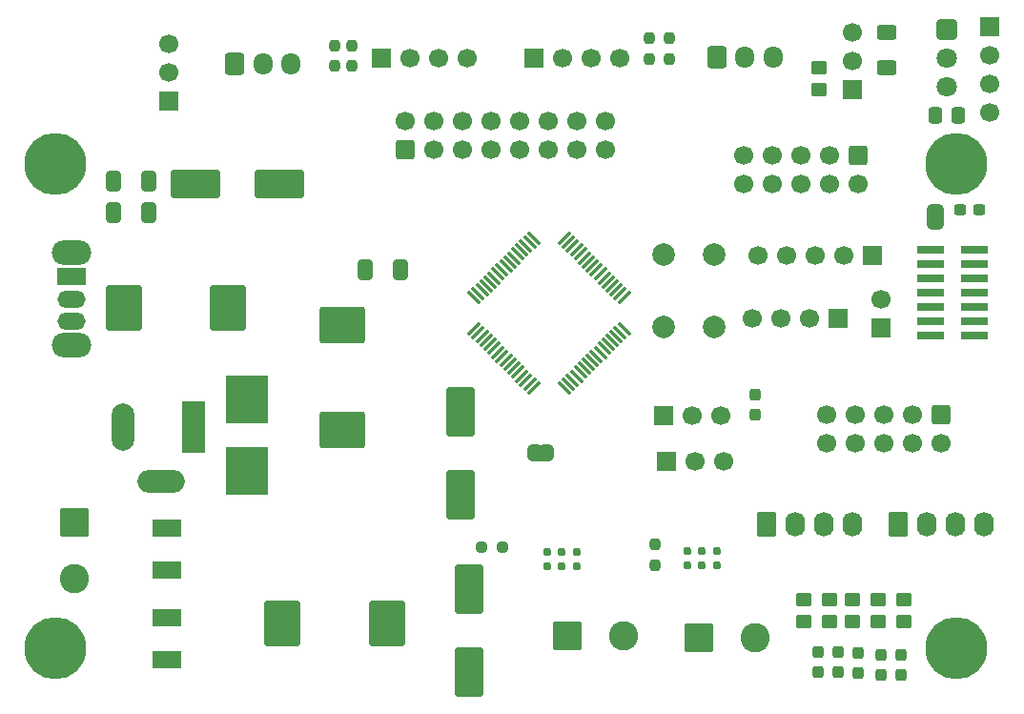
<source format=gbr>
%TF.GenerationSoftware,KiCad,Pcbnew,9.0.5*%
%TF.CreationDate,2025-11-12T00:35:56+01:00*%
%TF.ProjectId,mobile_robot,6d6f6269-6c65-45f7-926f-626f742e6b69,rev?*%
%TF.SameCoordinates,Original*%
%TF.FileFunction,Soldermask,Top*%
%TF.FilePolarity,Negative*%
%FSLAX46Y46*%
G04 Gerber Fmt 4.6, Leading zero omitted, Abs format (unit mm)*
G04 Created by KiCad (PCBNEW 9.0.5) date 2025-11-12 00:35:56*
%MOMM*%
%LPD*%
G01*
G04 APERTURE LIST*
G04 Aperture macros list*
%AMRoundRect*
0 Rectangle with rounded corners*
0 $1 Rounding radius*
0 $2 $3 $4 $5 $6 $7 $8 $9 X,Y pos of 4 corners*
0 Add a 4 corners polygon primitive as box body*
4,1,4,$2,$3,$4,$5,$6,$7,$8,$9,$2,$3,0*
0 Add four circle primitives for the rounded corners*
1,1,$1+$1,$2,$3*
1,1,$1+$1,$4,$5*
1,1,$1+$1,$6,$7*
1,1,$1+$1,$8,$9*
0 Add four rect primitives between the rounded corners*
20,1,$1+$1,$2,$3,$4,$5,0*
20,1,$1+$1,$4,$5,$6,$7,0*
20,1,$1+$1,$6,$7,$8,$9,0*
20,1,$1+$1,$8,$9,$2,$3,0*%
%AMOutline4P*
0 Free polygon, 4 corners , with rotation*
0 The origin of the aperture is its center*
0 number of corners: always 4*
0 $1 to $8 corner X, Y*
0 $9 Rotation angle, in degrees counterclockwise*
0 create outline with 4 corners*
4,1,4,$1,$2,$3,$4,$5,$6,$7,$8,$1,$2,$9*%
%AMFreePoly0*
4,1,23,0.500000,-0.750000,0.000000,-0.750000,0.000000,-0.745722,-0.065263,-0.745722,-0.191342,-0.711940,-0.304381,-0.646677,-0.396677,-0.554381,-0.461940,-0.441342,-0.495722,-0.315263,-0.495722,-0.250000,-0.500000,-0.250000,-0.500000,0.250000,-0.495722,0.250000,-0.495722,0.315263,-0.461940,0.441342,-0.396677,0.554381,-0.304381,0.646677,-0.191342,0.711940,-0.065263,0.745722,0.000000,0.745722,
0.000000,0.750000,0.500000,0.750000,0.500000,-0.750000,0.500000,-0.750000,$1*%
%AMFreePoly1*
4,1,23,0.000000,0.745722,0.065263,0.745722,0.191342,0.711940,0.304381,0.646677,0.396677,0.554381,0.461940,0.441342,0.495722,0.315263,0.495722,0.250000,0.500000,0.250000,0.500000,-0.250000,0.495722,-0.250000,0.495722,-0.315263,0.461940,-0.441342,0.396677,-0.554381,0.304381,-0.646677,0.191342,-0.711940,0.065263,-0.745722,0.000000,-0.745722,0.000000,-0.750000,-0.500000,-0.750000,
-0.500000,0.750000,0.000000,0.750000,0.000000,0.745722,0.000000,0.745722,$1*%
G04 Aperture macros list end*
%ADD10RoundRect,0.248400X-0.651600X0.651600X-0.651600X-0.651600X0.651600X-0.651600X0.651600X0.651600X0*%
%ADD11C,1.800000*%
%ADD12Outline4P,-0.750000X-1.250000X0.750000X-1.250000X0.750000X1.250000X-0.750000X1.250000X270.000000*%
%ADD13R,2.500000X1.500000*%
%ADD14C,0.770000*%
%ADD15RoundRect,0.075000X-0.548008X0.441942X0.441942X-0.548008X0.548008X-0.441942X-0.441942X0.548008X0*%
%ADD16RoundRect,0.075000X-0.548008X-0.441942X-0.441942X-0.548008X0.548008X0.441942X0.441942X0.548008X0*%
%ADD17O,3.500000X2.200000*%
%ADD18O,2.500000X1.500000*%
%ADD19C,2.000000*%
%ADD20RoundRect,0.250000X0.450000X-0.350000X0.450000X0.350000X-0.450000X0.350000X-0.450000X-0.350000X0*%
%ADD21RoundRect,0.250000X-0.625000X0.400000X-0.625000X-0.400000X0.625000X-0.400000X0.625000X0.400000X0*%
%ADD22RoundRect,0.237500X0.237500X-0.250000X0.237500X0.250000X-0.237500X0.250000X-0.237500X-0.250000X0*%
%ADD23RoundRect,0.237500X-0.237500X0.250000X-0.237500X-0.250000X0.237500X-0.250000X0.237500X0.250000X0*%
%ADD24RoundRect,0.250000X-0.450000X0.350000X-0.450000X-0.350000X0.450000X-0.350000X0.450000X0.350000X0*%
%ADD25RoundRect,0.237500X-0.250000X-0.237500X0.250000X-0.237500X0.250000X0.237500X-0.250000X0.237500X0*%
%ADD26RoundRect,0.250000X-1.050000X-1.050000X1.050000X-1.050000X1.050000X1.050000X-1.050000X1.050000X0*%
%ADD27C,2.600000*%
%ADD28RoundRect,0.250000X1.750000X-1.375000X1.750000X1.375000X-1.750000X1.375000X-1.750000X-1.375000X0*%
%ADD29RoundRect,0.250000X1.375000X1.750000X-1.375000X1.750000X-1.375000X-1.750000X1.375000X-1.750000X0*%
%ADD30RoundRect,0.250000X-1.375000X-1.750000X1.375000X-1.750000X1.375000X1.750000X-1.375000X1.750000X0*%
%ADD31FreePoly0,180.000000*%
%ADD32FreePoly1,180.000000*%
%ADD33FreePoly0,90.000000*%
%ADD34FreePoly1,90.000000*%
%ADD35R,1.700000X1.700000*%
%ADD36C,1.700000*%
%ADD37RoundRect,0.250000X0.600000X-0.600000X0.600000X0.600000X-0.600000X0.600000X-0.600000X-0.600000X0*%
%ADD38RoundRect,0.250000X-0.600000X0.600000X-0.600000X-0.600000X0.600000X-0.600000X0.600000X0.600000X0*%
%ADD39RoundRect,0.250000X-0.620000X-0.845000X0.620000X-0.845000X0.620000X0.845000X-0.620000X0.845000X0*%
%ADD40O,1.740000X2.190000*%
%ADD41RoundRect,0.250000X-0.600000X-0.725000X0.600000X-0.725000X0.600000X0.725000X-0.600000X0.725000X0*%
%ADD42O,1.700000X1.950000*%
%ADD43R,2.000000X4.600000*%
%ADD44O,2.000000X4.200000*%
%ADD45O,4.200000X2.000000*%
%ADD46RoundRect,0.250000X-1.050000X1.050000X-1.050000X-1.050000X1.050000X-1.050000X1.050000X1.050000X0*%
%ADD47R,2.400000X0.740000*%
%ADD48C,5.500000*%
%ADD49R,3.810000X4.240000*%
%ADD50RoundRect,0.237500X-0.237500X0.287500X-0.237500X-0.287500X0.237500X-0.287500X0.237500X0.287500X0*%
%ADD51RoundRect,0.237500X0.237500X-0.287500X0.237500X0.287500X-0.237500X0.287500X-0.237500X-0.287500X0*%
%ADD52RoundRect,0.237500X-0.300000X-0.237500X0.300000X-0.237500X0.300000X0.237500X-0.300000X0.237500X0*%
%ADD53RoundRect,0.237500X-0.237500X0.300000X-0.237500X-0.300000X0.237500X-0.300000X0.237500X0.300000X0*%
%ADD54RoundRect,0.250000X-0.337500X-0.475000X0.337500X-0.475000X0.337500X0.475000X-0.337500X0.475000X0*%
%ADD55RoundRect,0.250000X0.412500X0.650000X-0.412500X0.650000X-0.412500X-0.650000X0.412500X-0.650000X0*%
%ADD56RoundRect,0.250000X-1.000000X1.950000X-1.000000X-1.950000X1.000000X-1.950000X1.000000X1.950000X0*%
%ADD57RoundRect,0.250000X-1.950000X-1.000000X1.950000X-1.000000X1.950000X1.000000X-1.950000X1.000000X0*%
G04 APERTURE END LIST*
%TO.C,JP2*%
G36*
X148232000Y-78474000D02*
G01*
X147932000Y-78474000D01*
X147932000Y-76974000D01*
X148232000Y-76974000D01*
X148232000Y-78474000D01*
G37*
%TO.C,JP1*%
G36*
X182384000Y-56904000D02*
G01*
X183884000Y-56904000D01*
X183884000Y-56604000D01*
X182384000Y-56604000D01*
X182384000Y-56904000D01*
G37*
%TD*%
D10*
%TO.C,U12*%
X184150000Y-40132000D03*
D11*
X184150000Y-42672000D03*
X184150000Y-45212000D03*
%TD*%
D12*
%TO.C,U7*%
X114877049Y-84366123D03*
X114877049Y-88066123D03*
D13*
X114877049Y-92366123D03*
X114877049Y-96066123D03*
%TD*%
D14*
%TO.C,U4*%
X148669365Y-86467577D03*
X149969365Y-86467577D03*
X151269365Y-86467577D03*
X148669365Y-87767577D03*
X149969365Y-87767577D03*
X151269365Y-87767577D03*
%TD*%
%TO.C,U2*%
X161133000Y-86391000D03*
X162433000Y-86391000D03*
X163733000Y-86391000D03*
X161133000Y-87691000D03*
X162433000Y-87691000D03*
X163733000Y-87691000D03*
%TD*%
D15*
%TO.C,U1*%
X147482819Y-58613519D03*
X147129266Y-58967072D03*
X146775713Y-59320625D03*
X146422159Y-59674179D03*
X146068606Y-60027732D03*
X145715052Y-60381286D03*
X145361499Y-60734839D03*
X145007946Y-61088392D03*
X144654392Y-61441946D03*
X144300839Y-61795499D03*
X143947286Y-62149052D03*
X143593732Y-62502606D03*
X143240179Y-62856159D03*
X142886625Y-63209713D03*
X142533072Y-63563266D03*
X142179519Y-63916819D03*
D16*
X142179519Y-66639181D03*
X142533072Y-66992734D03*
X142886625Y-67346287D03*
X143240179Y-67699841D03*
X143593732Y-68053394D03*
X143947286Y-68406948D03*
X144300839Y-68760501D03*
X144654392Y-69114054D03*
X145007946Y-69467608D03*
X145361499Y-69821161D03*
X145715052Y-70174714D03*
X146068606Y-70528268D03*
X146422159Y-70881821D03*
X146775713Y-71235375D03*
X147129266Y-71588928D03*
X147482819Y-71942481D03*
D15*
X150205181Y-71942481D03*
X150558734Y-71588928D03*
X150912287Y-71235375D03*
X151265841Y-70881821D03*
X151619394Y-70528268D03*
X151972948Y-70174714D03*
X152326501Y-69821161D03*
X152680054Y-69467608D03*
X153033608Y-69114054D03*
X153387161Y-68760501D03*
X153740714Y-68406948D03*
X154094268Y-68053394D03*
X154447821Y-67699841D03*
X154801375Y-67346287D03*
X155154928Y-66992734D03*
X155508481Y-66639181D03*
D16*
X155508481Y-63916819D03*
X155154928Y-63563266D03*
X154801375Y-63209713D03*
X154447821Y-62856159D03*
X154094268Y-62502606D03*
X153740714Y-62149052D03*
X153387161Y-61795499D03*
X153033608Y-61441946D03*
X152680054Y-61088392D03*
X152326501Y-60734839D03*
X151972948Y-60381286D03*
X151619394Y-60027732D03*
X151265841Y-59674179D03*
X150912287Y-59320625D03*
X150558734Y-58967072D03*
X150205181Y-58613519D03*
%TD*%
D17*
%TO.C,SW2*%
X106426000Y-59937574D03*
X106426000Y-68137574D03*
D13*
X106426000Y-62037574D03*
D18*
X106426000Y-64037574D03*
X106426000Y-66037574D03*
%TD*%
D19*
%TO.C,SW1*%
X159040000Y-66548000D03*
X159040000Y-60048000D03*
X163540000Y-66548000D03*
X163540000Y-60048000D03*
%TD*%
D20*
%TO.C,R85*%
X178054000Y-92694000D03*
X178054000Y-90694000D03*
%TD*%
%TO.C,R84*%
X180340000Y-92694000D03*
X180340000Y-90694000D03*
%TD*%
D21*
%TO.C,R78*%
X178816000Y-40360000D03*
X178816000Y-43460000D03*
%TD*%
D22*
%TO.C,R77*%
X159512000Y-42695500D03*
X159512000Y-40870500D03*
%TD*%
D23*
%TO.C,R76*%
X157734000Y-40870500D03*
X157734000Y-42695500D03*
%TD*%
D20*
%TO.C,R58*%
X175768000Y-92694000D03*
X175768000Y-90694000D03*
%TD*%
D24*
%TO.C,R57*%
X173736000Y-90694000D03*
X173736000Y-92694000D03*
%TD*%
%TO.C,R56*%
X171450000Y-90694000D03*
X171450000Y-92694000D03*
%TD*%
D23*
%TO.C,R46*%
X131318000Y-41505500D03*
X131318000Y-43330500D03*
%TD*%
D22*
%TO.C,R45*%
X129794000Y-43330500D03*
X129794000Y-41505500D03*
%TD*%
D25*
%TO.C,R19*%
X142851500Y-86106000D03*
X144676500Y-86106000D03*
%TD*%
D22*
%TO.C,R5*%
X158242000Y-87677000D03*
X158242000Y-85852000D03*
%TD*%
D20*
%TO.C,R3*%
X172847000Y-45450000D03*
X172847000Y-43450000D03*
%TD*%
D26*
%TO.C,M2*%
X150448000Y-93980000D03*
D27*
X155448000Y-93980000D03*
%TD*%
D26*
%TO.C,M1*%
X162132000Y-94109500D03*
D27*
X167132000Y-94109500D03*
%TD*%
D28*
%TO.C,L3*%
X130470613Y-75621355D03*
X130470613Y-66371355D03*
%TD*%
D29*
%TO.C,L2*%
X120299664Y-64837053D03*
X111049664Y-64837053D03*
%TD*%
D30*
%TO.C,L1*%
X125175000Y-92800000D03*
X134425000Y-92800000D03*
%TD*%
D31*
%TO.C,JP2*%
X148732000Y-77724000D03*
D32*
X147432000Y-77724000D03*
%TD*%
D33*
%TO.C,JP1*%
X183134000Y-57404000D03*
D34*
X183134000Y-56104000D03*
%TD*%
D35*
%TO.C,J20*%
X147457000Y-42647000D03*
D36*
X149997000Y-42647000D03*
X152537000Y-42647000D03*
X155077000Y-42647000D03*
%TD*%
D37*
%TO.C,J19*%
X136110000Y-50730000D03*
D36*
X136110000Y-48190000D03*
X138650000Y-50730000D03*
X138650000Y-48190000D03*
X141190000Y-50730000D03*
X141190000Y-48190000D03*
X143730000Y-50730000D03*
X143730000Y-48190000D03*
X146270000Y-50730000D03*
X146270000Y-48190000D03*
X148810000Y-50730000D03*
X148810000Y-48190000D03*
X151350000Y-50730000D03*
X151350000Y-48190000D03*
X153890000Y-50730000D03*
X153890000Y-48190000D03*
%TD*%
D35*
%TO.C,J18*%
X159019000Y-74422000D03*
D36*
X161559000Y-74422000D03*
X164099000Y-74422000D03*
%TD*%
D35*
%TO.C,J17*%
X159258000Y-78486000D03*
D36*
X161798000Y-78486000D03*
X164338000Y-78486000D03*
%TD*%
D38*
%TO.C,J16*%
X176276000Y-51308000D03*
D36*
X176276000Y-53848000D03*
X173736000Y-51308000D03*
X173736000Y-53848000D03*
X171196000Y-51308000D03*
X171196000Y-53848000D03*
X168656000Y-51308000D03*
X168656000Y-53848000D03*
X166116000Y-51308000D03*
X166116000Y-53848000D03*
%TD*%
D38*
%TO.C,J15*%
X183642000Y-74295000D03*
D36*
X183642000Y-76835000D03*
X181102000Y-74295000D03*
X181102000Y-76835000D03*
X178562000Y-74295000D03*
X178562000Y-76835000D03*
X176022000Y-74295000D03*
X176022000Y-76835000D03*
X173482000Y-74295000D03*
X173482000Y-76835000D03*
%TD*%
D39*
%TO.C,J14*%
X179832000Y-84074000D03*
D40*
X182372000Y-84074000D03*
X184912000Y-84074000D03*
X187452000Y-84074000D03*
%TD*%
D39*
%TO.C,J13*%
X168148000Y-84074000D03*
D40*
X170688000Y-84074000D03*
X173228000Y-84074000D03*
X175768000Y-84074000D03*
%TD*%
D41*
%TO.C,J12*%
X163743000Y-42528000D03*
D42*
X166243000Y-42528000D03*
X168743000Y-42528000D03*
%TD*%
D43*
%TO.C,J11*%
X117313143Y-75408302D03*
D44*
X111013143Y-75408302D03*
D45*
X114413143Y-80208302D03*
%TD*%
D46*
%TO.C,J10*%
X106680000Y-83900000D03*
D27*
X106680000Y-88900000D03*
%TD*%
D41*
%TO.C,J9*%
X120944000Y-43180000D03*
D42*
X123444000Y-43180000D03*
X125944000Y-43180000D03*
%TD*%
D35*
%TO.C,J8*%
X174498000Y-65786000D03*
D36*
X171958000Y-65786000D03*
X169418000Y-65786000D03*
X166878000Y-65786000D03*
%TD*%
D35*
%TO.C,J7*%
X175768000Y-45451000D03*
D36*
X175768000Y-42911000D03*
X175768000Y-40371000D03*
%TD*%
D35*
%TO.C,J6*%
X177546000Y-60198000D03*
D36*
X175006000Y-60198000D03*
X172466000Y-60198000D03*
X169926000Y-60198000D03*
X167386000Y-60198000D03*
%TD*%
D35*
%TO.C,J5*%
X133985000Y-42672000D03*
D36*
X136525000Y-42672000D03*
X139065000Y-42672000D03*
X141605000Y-42672000D03*
%TD*%
D35*
%TO.C,J4*%
X178308000Y-66553000D03*
D36*
X178308000Y-64013000D03*
%TD*%
D35*
%TO.C,J3*%
X115062000Y-46467000D03*
D36*
X115062000Y-43927000D03*
X115062000Y-41387000D03*
%TD*%
D47*
%TO.C,J2*%
X182708000Y-59690000D03*
X186608000Y-59690000D03*
X182708000Y-60960000D03*
X186608000Y-60960000D03*
X182708000Y-62230000D03*
X186608000Y-62230000D03*
X182708000Y-63500000D03*
X186608000Y-63500000D03*
X182708000Y-64770000D03*
X186608000Y-64770000D03*
X182708000Y-66040000D03*
X186608000Y-66040000D03*
X182708000Y-67310000D03*
X186608000Y-67310000D03*
%TD*%
D35*
%TO.C,J1*%
X187987988Y-39817150D03*
D36*
X187987988Y-42357150D03*
X187987988Y-44897150D03*
X187987988Y-47437150D03*
%TD*%
D48*
%TO.C,H4*%
X185000000Y-52000000D03*
%TD*%
%TO.C,H3*%
X105000000Y-52000000D03*
%TD*%
%TO.C,H2*%
X105000000Y-95000000D03*
%TD*%
%TO.C,H1*%
X185000000Y-95000000D03*
%TD*%
D49*
%TO.C,F1*%
X121992802Y-79322534D03*
X121992802Y-72952534D03*
%TD*%
D50*
%TO.C,D26*%
X178308000Y-95645000D03*
X178308000Y-97395000D03*
%TD*%
%TO.C,D21*%
X176276000Y-95504000D03*
X176276000Y-97254000D03*
%TD*%
D51*
%TO.C,D20*%
X174498000Y-97141000D03*
X174498000Y-95391000D03*
%TD*%
%TO.C,D19*%
X172720000Y-97141000D03*
X172720000Y-95391000D03*
%TD*%
D50*
%TO.C,D2*%
X180086000Y-95645000D03*
X180086000Y-97395000D03*
%TD*%
D52*
%TO.C,C48*%
X185319500Y-56134000D03*
X187044500Y-56134000D03*
%TD*%
D53*
%TO.C,C47*%
X167132000Y-72543500D03*
X167132000Y-74268500D03*
%TD*%
D54*
%TO.C,C42*%
X183112500Y-47752000D03*
X185187500Y-47752000D03*
%TD*%
D55*
%TO.C,C39*%
X135674500Y-61468000D03*
X132549500Y-61468000D03*
%TD*%
%TO.C,C32*%
X113322500Y-53594000D03*
X110197500Y-53594000D03*
%TD*%
%TO.C,C31*%
X113322500Y-56388000D03*
X110197500Y-56388000D03*
%TD*%
D56*
%TO.C,C28*%
X140970000Y-74024000D03*
X140970000Y-81424000D03*
%TD*%
D57*
%TO.C,C27*%
X117458000Y-53848000D03*
X124858000Y-53848000D03*
%TD*%
D56*
%TO.C,C24*%
X141732000Y-89772000D03*
X141732000Y-97172000D03*
%TD*%
M02*

</source>
